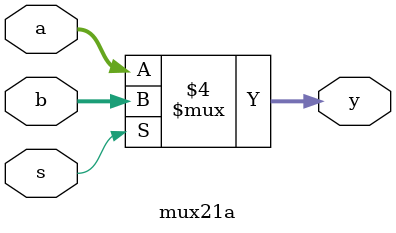
<source format=v>
module mux21a(a,b,s,y);
input [3:0]a,b;
input s;
output reg [3:0]y;

always@(s)begin
	if(s==0)
		y<=a;
	else
		y<=b;
end

endmodule

</source>
